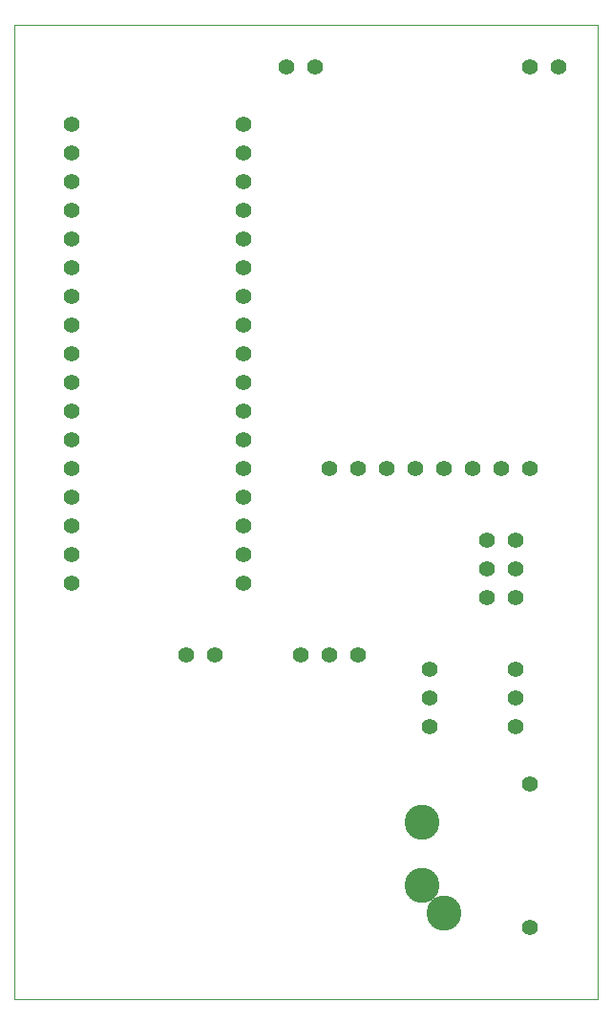
<source format=gts>
G75*
G70*
%OFA0B0*%
%FSLAX24Y24*%
%IPPOS*%
%LPD*%
%AMOC8*
5,1,8,0,0,1.08239X$1,22.5*
%
%ADD10C,0.0000*%
%ADD11C,0.0555*%
%ADD12C,0.1221*%
D10*
X000100Y000100D02*
X000100Y034096D01*
X020470Y034096D01*
X020470Y000100D01*
X000100Y000100D01*
D11*
X006100Y012100D03*
X007100Y012100D03*
X008100Y014600D03*
X008100Y015600D03*
X008100Y016600D03*
X008100Y017600D03*
X008100Y018600D03*
X008100Y019600D03*
X008100Y020600D03*
X008100Y021600D03*
X008100Y022600D03*
X008100Y023600D03*
X008100Y024600D03*
X008100Y025600D03*
X008100Y026600D03*
X008100Y027600D03*
X008100Y028600D03*
X008100Y029600D03*
X008100Y030600D03*
X009600Y032600D03*
X010600Y032600D03*
X018100Y032600D03*
X019100Y032600D03*
X018100Y018600D03*
X017100Y018600D03*
X016100Y018600D03*
X015100Y018600D03*
X014100Y018600D03*
X013100Y018600D03*
X012100Y018600D03*
X011100Y018600D03*
X011100Y012100D03*
X010100Y012100D03*
X012100Y012100D03*
X014600Y011600D03*
X014600Y010600D03*
X014600Y009600D03*
X016600Y014100D03*
X016600Y015100D03*
X016600Y016100D03*
X017600Y016100D03*
X017600Y015100D03*
X017600Y014100D03*
X017600Y011600D03*
X017600Y010600D03*
X017600Y009600D03*
X018100Y007600D03*
X018100Y002600D03*
X002100Y014600D03*
X002100Y015600D03*
X002100Y016600D03*
X002100Y017600D03*
X002100Y018600D03*
X002100Y019600D03*
X002100Y020600D03*
X002100Y021600D03*
X002100Y022600D03*
X002100Y023600D03*
X002100Y024600D03*
X002100Y025600D03*
X002100Y026600D03*
X002100Y027600D03*
X002100Y028600D03*
X002100Y029600D03*
X002100Y030600D03*
D12*
X014320Y006270D03*
X014320Y004070D03*
X015100Y003100D03*
M02*

</source>
